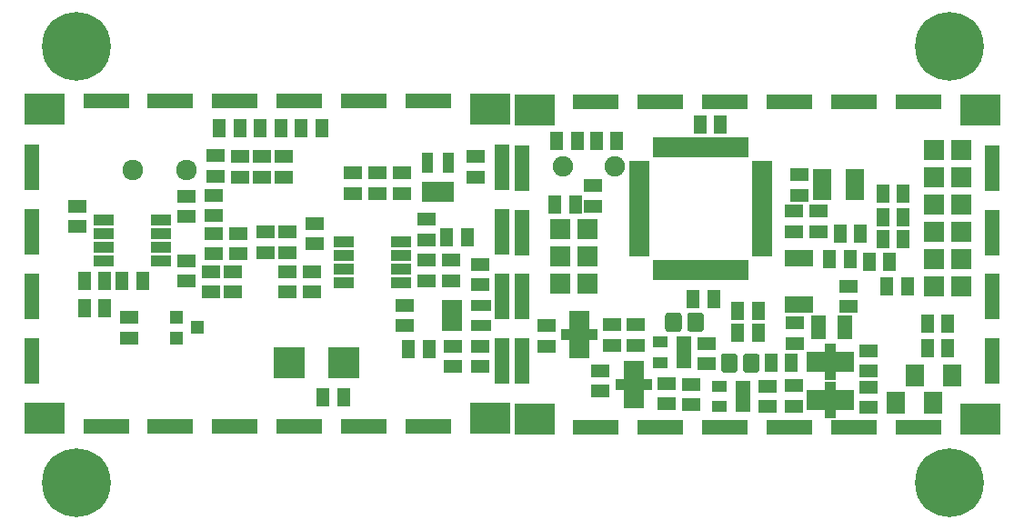
<source format=gbr>
G04 #@! TF.GenerationSoftware,KiCad,Pcbnew,(6.0.0-rc1-dev-1606-g4cd41e394)*
G04 #@! TF.CreationDate,2019-01-30T22:16:11+01:00
G04 #@! TF.ProjectId,SPACEDOS01A_PCB01A,53504143-4544-44f5-9330-31415f504342,REV*
G04 #@! TF.SameCoordinates,Original*
G04 #@! TF.FileFunction,Soldermask,Bot*
G04 #@! TF.FilePolarity,Negative*
%FSLAX46Y46*%
G04 Gerber Fmt 4.6, Leading zero omitted, Abs format (unit mm)*
G04 Created by KiCad (PCBNEW (6.0.0-rc1-dev-1606-g4cd41e394)) date 30.01.2019 22:16:11*
%MOMM*%
%LPD*%
G04 APERTURE LIST*
%ADD10R,1.924000X1.924000*%
%ADD11R,0.650000X1.500000*%
%ADD12R,1.797000X1.289000*%
%ADD13R,4.200000X1.400000*%
%ADD14R,3.700000X2.950000*%
%ADD15R,1.400000X4.200000*%
%ADD16R,1.900000X0.950000*%
%ADD17R,0.950000X1.900000*%
%ADD18R,2.950160X2.899360*%
%ADD19R,1.289000X1.797000*%
%ADD20C,6.400000*%
%ADD21R,1.950000X1.000000*%
%ADD22R,1.050000X1.960000*%
%ADD23R,1.960000X1.050000*%
%ADD24R,1.300000X1.200000*%
%ADD25R,1.800000X1.299000*%
%ADD26R,1.800000X1.289000*%
%ADD27R,1.670000X2.940000*%
%ADD28C,1.901140*%
%ADD29R,1.400000X2.200000*%
%ADD30R,1.700000X1.900000*%
%ADD31R,1.100000X3.400000*%
%ADD32R,1.900000X1.700000*%
%ADD33R,3.400000X1.100000*%
%ADD34C,0.150000*%
%ADD35C,1.550000*%
%ADD36R,1.460000X1.050000*%
%ADD37R,1.700000X2.100000*%
%ADD38C,1.924000*%
G04 APERTURE END LIST*
D10*
X50165000Y23622000D03*
X52705000Y23622000D03*
X50165000Y26162000D03*
X52705000Y26162000D03*
X50165000Y28702000D03*
X52705000Y28702000D03*
D11*
X73390000Y26026000D03*
X72890000Y26026000D03*
X72390000Y26026000D03*
X71890000Y26026000D03*
X71390000Y26026000D03*
X71390000Y21726000D03*
X71890000Y21726000D03*
X72390000Y21726000D03*
X72890000Y21726000D03*
X73390000Y21726000D03*
D12*
X35466000Y32061500D03*
X35466000Y33966500D03*
X33180000Y32061500D03*
X33180000Y33966500D03*
X30894000Y32061500D03*
X30894000Y33966500D03*
X22766000Y28442000D03*
X22766000Y26537000D03*
X20226000Y26410000D03*
X20226000Y28315000D03*
D13*
X37874000Y40640000D03*
X31874000Y40640000D03*
X25874000Y40640000D03*
X19874000Y40640000D03*
X13874000Y40640000D03*
X7874000Y40640000D03*
X37874000Y10340000D03*
X31874000Y10340000D03*
X25874000Y10340000D03*
X19874000Y10340000D03*
X13874000Y10340000D03*
X7874000Y10340000D03*
D14*
X43624000Y39865000D03*
X2124000Y39865000D03*
X43624000Y11115000D03*
X2124000Y11115000D03*
D15*
X974000Y16490000D03*
X974000Y22490000D03*
X974000Y28490000D03*
X974000Y34490000D03*
X44774000Y16490000D03*
X44774000Y22490000D03*
X44774000Y28490000D03*
X44774000Y34490000D03*
D16*
X57550000Y26640000D03*
X57550000Y27440000D03*
X57550000Y28240000D03*
X57550000Y29040000D03*
X57550000Y29840000D03*
X57550000Y30640000D03*
X57550000Y31440000D03*
X57550000Y32240000D03*
X57550000Y33040000D03*
X57550000Y33840000D03*
X57550000Y34640000D03*
D17*
X59250000Y36340000D03*
X60050000Y36340000D03*
X60850000Y36340000D03*
X61650000Y36340000D03*
X62450000Y36340000D03*
X63250000Y36340000D03*
X64050000Y36340000D03*
X64850000Y36340000D03*
X65650000Y36340000D03*
X66450000Y36340000D03*
X67250000Y36340000D03*
D16*
X68950000Y34640000D03*
X68950000Y33840000D03*
X68950000Y33040000D03*
X68950000Y32240000D03*
X68950000Y31440000D03*
X68950000Y30640000D03*
X68950000Y29840000D03*
X68950000Y29040000D03*
X68950000Y28240000D03*
X68950000Y27440000D03*
X68950000Y26640000D03*
D17*
X67250000Y24940000D03*
X66450000Y24940000D03*
X65650000Y24940000D03*
X64850000Y24940000D03*
X64050000Y24940000D03*
X63250000Y24940000D03*
X62450000Y24940000D03*
X61650000Y24940000D03*
X60850000Y24940000D03*
X60050000Y24940000D03*
X59250000Y24940000D03*
D13*
X83501000Y40579000D03*
X77501000Y40579000D03*
X71501000Y40579000D03*
X65501000Y40579000D03*
X59501000Y40579000D03*
X53501000Y40579000D03*
X83501000Y10279000D03*
X77501000Y10279000D03*
X71501000Y10279000D03*
X65501000Y10279000D03*
X59501000Y10279000D03*
X53501000Y10279000D03*
D14*
X89251000Y39804000D03*
X47751000Y39804000D03*
X89251000Y11054000D03*
X47751000Y11054000D03*
D15*
X46601000Y16429000D03*
X46601000Y22429000D03*
X46601000Y28429000D03*
X46601000Y34429000D03*
X90401000Y16429000D03*
X90401000Y22429000D03*
X90401000Y28429000D03*
X90401000Y34429000D03*
D12*
X18034000Y33655000D03*
X18034000Y35560000D03*
X42705000Y23552500D03*
X42705000Y25457500D03*
D18*
X24940240Y16250000D03*
X29989760Y16250000D03*
D12*
X5240000Y30855000D03*
X5240000Y28950000D03*
D19*
X28100000Y13075000D03*
X30005000Y13075000D03*
X5875000Y23870000D03*
X7780000Y23870000D03*
D12*
X19718000Y24759000D03*
X19718000Y22854000D03*
X40038000Y23933500D03*
X40038000Y25838500D03*
X40165000Y17837500D03*
X40165000Y15932500D03*
D19*
X11272500Y23870000D03*
X9367500Y23870000D03*
D12*
X17686000Y22854000D03*
X17686000Y24759000D03*
X37752000Y25838500D03*
X37752000Y23933500D03*
X42705000Y15932500D03*
X42705000Y17837500D03*
X27338000Y27362500D03*
X27338000Y29267500D03*
X27084000Y22854000D03*
X27084000Y24759000D03*
X37752000Y27743500D03*
X37752000Y29648500D03*
D20*
X86360000Y45720000D03*
X5080000Y45720000D03*
X5080000Y5080000D03*
D12*
X15400000Y23870000D03*
X15400000Y25775000D03*
X35720000Y21647500D03*
X35720000Y19742500D03*
D19*
X36037500Y17520000D03*
X37942500Y17520000D03*
X7780000Y21330000D03*
X5875000Y21330000D03*
D12*
X15400000Y29902500D03*
X15400000Y31807500D03*
X17940000Y31871000D03*
X17940000Y29966000D03*
X17940000Y28315000D03*
X17940000Y26410000D03*
X24798000Y28442000D03*
X24798000Y26537000D03*
X24798000Y24759000D03*
X24798000Y22854000D03*
D19*
X41498500Y27934000D03*
X39593500Y27934000D03*
D21*
X13020000Y25775000D03*
X13020000Y27045000D03*
X13020000Y28315000D03*
X13020000Y29585000D03*
X7620000Y29585000D03*
X7620000Y28315000D03*
X7620000Y27045000D03*
X7620000Y25775000D03*
X29972000Y23743000D03*
X29972000Y25013000D03*
X29972000Y26283000D03*
X29972000Y27553000D03*
X35372000Y27553000D03*
X35372000Y26283000D03*
X35372000Y25013000D03*
X35372000Y23743000D03*
D22*
X39718000Y32172000D03*
X38768000Y32172000D03*
X37818000Y32172000D03*
X37818000Y34872000D03*
X39718000Y34872000D03*
D23*
X42785000Y19745000D03*
X42785000Y21645000D03*
X40085000Y21645000D03*
X40085000Y20695000D03*
X40085000Y19745000D03*
D12*
X10066000Y20504500D03*
X10066000Y18599500D03*
D24*
X16416000Y19552000D03*
X14416000Y20502000D03*
X14416000Y18602000D03*
D25*
X42324000Y33585500D03*
D26*
X42324000Y35490500D03*
D19*
X80835500Y25654000D03*
X78930500Y25654000D03*
X80200500Y27813000D03*
X82105500Y27813000D03*
X82105500Y29845000D03*
X80200500Y29845000D03*
X49847500Y36957000D03*
X51752500Y36957000D03*
D12*
X72390000Y33782000D03*
X72390000Y31877000D03*
D19*
X53530500Y36957000D03*
X55435500Y36957000D03*
D12*
X53213000Y30861000D03*
X53213000Y32766000D03*
D19*
X62547500Y22225000D03*
X64452500Y22225000D03*
X65087500Y38481000D03*
X63182500Y38481000D03*
D12*
X74168000Y30416500D03*
X74168000Y28511500D03*
D19*
X82105500Y32004000D03*
X80200500Y32004000D03*
D12*
X71882000Y28511500D03*
X71882000Y30416500D03*
X76962000Y23431500D03*
X76962000Y21526500D03*
D10*
X87503000Y30988000D03*
X84963000Y30988000D03*
D27*
X77597000Y32893000D03*
X74549000Y32893000D03*
D20*
X86360000Y5080000D03*
D19*
X76200000Y28321000D03*
X78105000Y28321000D03*
X75247500Y25908000D03*
X77152500Y25908000D03*
X49657000Y30988000D03*
X51562000Y30988000D03*
D28*
X50391060Y34544000D03*
X55272940Y34544000D03*
D29*
X74168000Y19558000D03*
X76668000Y19558000D03*
D12*
X24384000Y33591500D03*
X24384000Y35496500D03*
X22352000Y35496500D03*
X22352000Y33591500D03*
X63754000Y18097500D03*
X63754000Y16192500D03*
X69469000Y14097000D03*
X69469000Y12192000D03*
X60071000Y12446000D03*
X60071000Y14351000D03*
X57150000Y17907000D03*
X57150000Y19812000D03*
D30*
X73961000Y12827000D03*
D31*
X75311000Y12827000D03*
D30*
X76661000Y12827000D03*
D12*
X71882000Y12255500D03*
X71882000Y14160500D03*
X62357000Y14287500D03*
X62357000Y12382500D03*
X54991000Y19812000D03*
X54991000Y17907000D03*
D32*
X57023000Y12874000D03*
D33*
X57023000Y14224000D03*
D32*
X57023000Y15574000D03*
X51943000Y17573000D03*
D33*
X51943000Y18923000D03*
D32*
X51943000Y20273000D03*
D12*
X53848000Y13652500D03*
X53848000Y15557500D03*
X48895000Y17843500D03*
X48895000Y19748500D03*
D19*
X27940000Y38100000D03*
X26035000Y38100000D03*
X22225000Y38100000D03*
X24130000Y38100000D03*
X18415000Y38100000D03*
X20320000Y38100000D03*
D34*
G36*
X66366071Y17154377D02*
G01*
X66398781Y17149525D01*
X66430857Y17141491D01*
X66461991Y17130351D01*
X66491884Y17116213D01*
X66520247Y17099213D01*
X66546807Y17079515D01*
X66571308Y17057308D01*
X66593515Y17032807D01*
X66613213Y17006247D01*
X66630213Y16977884D01*
X66644351Y16947991D01*
X66655491Y16916857D01*
X66663525Y16884781D01*
X66668377Y16852071D01*
X66670000Y16819044D01*
X66670000Y15692956D01*
X66668377Y15659929D01*
X66663525Y15627219D01*
X66655491Y15595143D01*
X66644351Y15564009D01*
X66630213Y15534116D01*
X66613213Y15505753D01*
X66593515Y15479193D01*
X66571308Y15454692D01*
X66546807Y15432485D01*
X66520247Y15412787D01*
X66491884Y15395787D01*
X66461991Y15381649D01*
X66430857Y15370509D01*
X66398781Y15362475D01*
X66366071Y15357623D01*
X66333044Y15356000D01*
X65456956Y15356000D01*
X65423929Y15357623D01*
X65391219Y15362475D01*
X65359143Y15370509D01*
X65328009Y15381649D01*
X65298116Y15395787D01*
X65269753Y15412787D01*
X65243193Y15432485D01*
X65218692Y15454692D01*
X65196485Y15479193D01*
X65176787Y15505753D01*
X65159787Y15534116D01*
X65145649Y15564009D01*
X65134509Y15595143D01*
X65126475Y15627219D01*
X65121623Y15659929D01*
X65120000Y15692956D01*
X65120000Y16819044D01*
X65121623Y16852071D01*
X65126475Y16884781D01*
X65134509Y16916857D01*
X65145649Y16947991D01*
X65159787Y16977884D01*
X65176787Y17006247D01*
X65196485Y17032807D01*
X65218692Y17057308D01*
X65243193Y17079515D01*
X65269753Y17099213D01*
X65298116Y17116213D01*
X65328009Y17130351D01*
X65359143Y17141491D01*
X65391219Y17149525D01*
X65423929Y17154377D01*
X65456956Y17156000D01*
X66333044Y17156000D01*
X66366071Y17154377D01*
X66366071Y17154377D01*
G37*
D35*
X65895000Y16256000D03*
D34*
G36*
X68416071Y17154377D02*
G01*
X68448781Y17149525D01*
X68480857Y17141491D01*
X68511991Y17130351D01*
X68541884Y17116213D01*
X68570247Y17099213D01*
X68596807Y17079515D01*
X68621308Y17057308D01*
X68643515Y17032807D01*
X68663213Y17006247D01*
X68680213Y16977884D01*
X68694351Y16947991D01*
X68705491Y16916857D01*
X68713525Y16884781D01*
X68718377Y16852071D01*
X68720000Y16819044D01*
X68720000Y15692956D01*
X68718377Y15659929D01*
X68713525Y15627219D01*
X68705491Y15595143D01*
X68694351Y15564009D01*
X68680213Y15534116D01*
X68663213Y15505753D01*
X68643515Y15479193D01*
X68621308Y15454692D01*
X68596807Y15432485D01*
X68570247Y15412787D01*
X68541884Y15395787D01*
X68511991Y15381649D01*
X68480857Y15370509D01*
X68448781Y15362475D01*
X68416071Y15357623D01*
X68383044Y15356000D01*
X67506956Y15356000D01*
X67473929Y15357623D01*
X67441219Y15362475D01*
X67409143Y15370509D01*
X67378009Y15381649D01*
X67348116Y15395787D01*
X67319753Y15412787D01*
X67293193Y15432485D01*
X67268692Y15454692D01*
X67246485Y15479193D01*
X67226787Y15505753D01*
X67209787Y15534116D01*
X67195649Y15564009D01*
X67184509Y15595143D01*
X67176475Y15627219D01*
X67171623Y15659929D01*
X67170000Y15692956D01*
X67170000Y16819044D01*
X67171623Y16852071D01*
X67176475Y16884781D01*
X67184509Y16916857D01*
X67195649Y16947991D01*
X67209787Y16977884D01*
X67226787Y17006247D01*
X67246485Y17032807D01*
X67268692Y17057308D01*
X67293193Y17079515D01*
X67319753Y17099213D01*
X67348116Y17116213D01*
X67378009Y17130351D01*
X67409143Y17141491D01*
X67441219Y17149525D01*
X67473929Y17154377D01*
X67506956Y17156000D01*
X68383044Y17156000D01*
X68416071Y17154377D01*
X68416071Y17154377D01*
G37*
D35*
X67945000Y16256000D03*
D34*
G36*
X63218071Y20964377D02*
G01*
X63250781Y20959525D01*
X63282857Y20951491D01*
X63313991Y20940351D01*
X63343884Y20926213D01*
X63372247Y20909213D01*
X63398807Y20889515D01*
X63423308Y20867308D01*
X63445515Y20842807D01*
X63465213Y20816247D01*
X63482213Y20787884D01*
X63496351Y20757991D01*
X63507491Y20726857D01*
X63515525Y20694781D01*
X63520377Y20662071D01*
X63522000Y20629044D01*
X63522000Y19502956D01*
X63520377Y19469929D01*
X63515525Y19437219D01*
X63507491Y19405143D01*
X63496351Y19374009D01*
X63482213Y19344116D01*
X63465213Y19315753D01*
X63445515Y19289193D01*
X63423308Y19264692D01*
X63398807Y19242485D01*
X63372247Y19222787D01*
X63343884Y19205787D01*
X63313991Y19191649D01*
X63282857Y19180509D01*
X63250781Y19172475D01*
X63218071Y19167623D01*
X63185044Y19166000D01*
X62308956Y19166000D01*
X62275929Y19167623D01*
X62243219Y19172475D01*
X62211143Y19180509D01*
X62180009Y19191649D01*
X62150116Y19205787D01*
X62121753Y19222787D01*
X62095193Y19242485D01*
X62070692Y19264692D01*
X62048485Y19289193D01*
X62028787Y19315753D01*
X62011787Y19344116D01*
X61997649Y19374009D01*
X61986509Y19405143D01*
X61978475Y19437219D01*
X61973623Y19469929D01*
X61972000Y19502956D01*
X61972000Y20629044D01*
X61973623Y20662071D01*
X61978475Y20694781D01*
X61986509Y20726857D01*
X61997649Y20757991D01*
X62011787Y20787884D01*
X62028787Y20816247D01*
X62048485Y20842807D01*
X62070692Y20867308D01*
X62095193Y20889515D01*
X62121753Y20909213D01*
X62150116Y20926213D01*
X62180009Y20940351D01*
X62211143Y20951491D01*
X62243219Y20959525D01*
X62275929Y20964377D01*
X62308956Y20966000D01*
X63185044Y20966000D01*
X63218071Y20964377D01*
X63218071Y20964377D01*
G37*
D35*
X62747000Y20066000D03*
D34*
G36*
X61168071Y20964377D02*
G01*
X61200781Y20959525D01*
X61232857Y20951491D01*
X61263991Y20940351D01*
X61293884Y20926213D01*
X61322247Y20909213D01*
X61348807Y20889515D01*
X61373308Y20867308D01*
X61395515Y20842807D01*
X61415213Y20816247D01*
X61432213Y20787884D01*
X61446351Y20757991D01*
X61457491Y20726857D01*
X61465525Y20694781D01*
X61470377Y20662071D01*
X61472000Y20629044D01*
X61472000Y19502956D01*
X61470377Y19469929D01*
X61465525Y19437219D01*
X61457491Y19405143D01*
X61446351Y19374009D01*
X61432213Y19344116D01*
X61415213Y19315753D01*
X61395515Y19289193D01*
X61373308Y19264692D01*
X61348807Y19242485D01*
X61322247Y19222787D01*
X61293884Y19205787D01*
X61263991Y19191649D01*
X61232857Y19180509D01*
X61200781Y19172475D01*
X61168071Y19167623D01*
X61135044Y19166000D01*
X60258956Y19166000D01*
X60225929Y19167623D01*
X60193219Y19172475D01*
X60161143Y19180509D01*
X60130009Y19191649D01*
X60100116Y19205787D01*
X60071753Y19222787D01*
X60045193Y19242485D01*
X60020692Y19264692D01*
X59998485Y19289193D01*
X59978787Y19315753D01*
X59961787Y19344116D01*
X59947649Y19374009D01*
X59936509Y19405143D01*
X59928475Y19437219D01*
X59923623Y19469929D01*
X59922000Y19502956D01*
X59922000Y20629044D01*
X59923623Y20662071D01*
X59928475Y20694781D01*
X59936509Y20726857D01*
X59947649Y20757991D01*
X59961787Y20787884D01*
X59978787Y20816247D01*
X59998485Y20842807D01*
X60020692Y20867308D01*
X60045193Y20889515D01*
X60071753Y20909213D01*
X60100116Y20926213D01*
X60130009Y20940351D01*
X60161143Y20951491D01*
X60193219Y20959525D01*
X60225929Y20964377D01*
X60258956Y20966000D01*
X61135044Y20966000D01*
X61168071Y20964377D01*
X61168071Y20964377D01*
G37*
D35*
X60697000Y20066000D03*
D36*
X64983000Y14097000D03*
X64983000Y12197000D03*
X67183000Y12197000D03*
X67183000Y13147000D03*
X67183000Y14097000D03*
X61679000Y18222000D03*
X61679000Y17272000D03*
X61679000Y16322000D03*
X59479000Y16322000D03*
X59479000Y18222000D03*
D12*
X20320000Y33591500D03*
X20320000Y35496500D03*
D30*
X76661000Y16383000D03*
D31*
X75311000Y16383000D03*
D30*
X73961000Y16383000D03*
D12*
X72009000Y20002500D03*
X72009000Y18097500D03*
D10*
X87503000Y25908000D03*
X84963000Y25908000D03*
X87503000Y28448000D03*
X84963000Y28448000D03*
X84963000Y23368000D03*
X87503000Y23368000D03*
D19*
X80581500Y23368000D03*
X82486500Y23368000D03*
X66675000Y19050000D03*
X68580000Y19050000D03*
X68580000Y21082000D03*
X66675000Y21082000D03*
X71691500Y16256000D03*
X69786500Y16256000D03*
D37*
X84907000Y12573000D03*
X81407000Y12573000D03*
X83185000Y15113000D03*
X86685000Y15113000D03*
D12*
X78867000Y15494000D03*
X78867000Y17399000D03*
D19*
X86233000Y19939000D03*
X84328000Y19939000D03*
D12*
X78867000Y14033500D03*
X78867000Y12128500D03*
D19*
X86233000Y17653000D03*
X84328000Y17653000D03*
D38*
X10360000Y34190000D03*
X15360000Y34190000D03*
D10*
X84963000Y36068000D03*
X87503000Y36068000D03*
X84963000Y33528000D03*
X87503000Y33528000D03*
M02*

</source>
